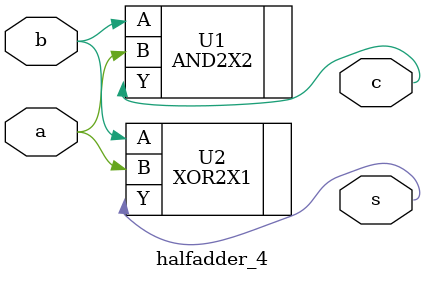
<source format=v>
module halfadder_4 ( s, c, a, b );
  input a, b;
  output s, c;


  AND2X2 U1 ( .A(b), .B(a), .Y(c) );
  XOR2X1 U2 ( .A(b), .B(a), .Y(s) );
endmodule

</source>
